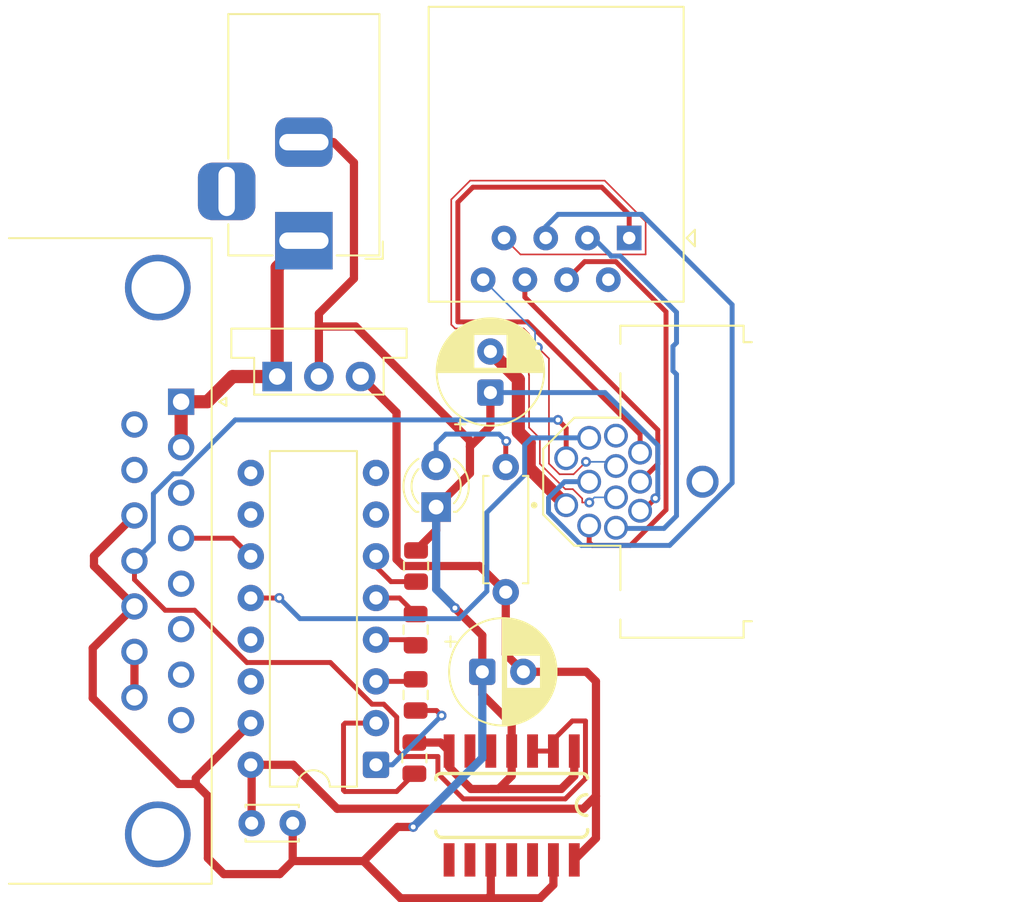
<source format=kicad_pcb>
(kicad_pcb (version 20241229) (generator "pcbnew") (generator_version "9.0")
  (layers (0 "F.Cu" signal) (2 "B.Cu" signal) (13 "F.Paste" user) (15 "B.Paste" user) (5 "F.SilkS" user "F.Silkscreen") (7 "B.SilkS" user "B.Silkscreen") (1 "F.Mask" user) (3 "B.Mask" user) (25 "Edge.Cuts" user))
  (net 0 "")
  (net 1 "Net-(U2-C1+)")
  (net 2 "Net-(U2-C1-)")
  (net 3 "Net-(U2-C2-)")
  (net 4 "Net-(U2-C2+)")
  (net 5 "Net-(U2-VS+)")
  (net 6 "GND")
  (net 7 "Net-(U2-VS-)")
  (net 8 "+12V")
  (net 9 "/NMEA_TX RS232")
  (net 10 "Net-(D1-A)")
  (net 11 "/R1OUT TTL 3.3V")
  (net 12 "/ETX-")
  (net 13 "/Serial RX {slash} CAN+")
  (net 14 "/I{slash}O signal 1")
  (net 15 "Net-(U1-Eth_BI_DC-)")
  (net 16 "/ETX+")
  (net 17 "/I{slash}O signal 2")
  (net 18 "/Supply−")
  (net 19 "/ERX+")
  (net 20 "/PPS")
  (net 21 "/ERX−")
  (net 22 "Net-(U1-Eth_BI_DB+)")
  (net 23 "Net-(U1-Eth_BI_DD-)")
  (net 25 "Net-(U1-Eth_BI_DD+)")
  (net 26 "Net-(U1-Eth_BI_DB-)")
  (net 27 "Net-(U1-Eth_BI_DA+)")
  (net 28 "Net-(U1-Eth_BI_DC+)")
  (net 29 "Net-(U1-Eth_BI_DA-)")
  (net 40 "+3V3")
  (footprint "Capacitor_SMD:C_0805_2012Metric" (layer "F.Cu") (at 149.6518 103.0478 90)
    (property "Reference" "C2" (hide yes))
    (property "Value" "100nF" (hide yes))
    (pad "1" smd roundrect (at -0.95 0 90) (size 1 1.45) (layers "F.Cu" "F.Mask" "F.Paste") (net 4 "Net-(U2-C2+)"))
    (pad "2" smd roundrect (at 0.95 0 90) (size 1 1.45) (layers "F.Cu" "F.Mask" "F.Paste") (net 3 "Net-(U2-C2-)"))
  )
  (footprint "Connector_BarrelJack:BarrelJack_Horizontal" (layer "F.Cu") (at 142.8496 79.3552 -90)
    (property "Reference" "J1" (hide yes))
    (property "Value" "Jack-DC" (hide yes))
    (pad "1" thru_hole rect (at 0 0 270) (size 3.5 3.5) (drill oval 1 3) (layers "*.Cu" "*.Mask") (net 8 "+12V"))
    (pad "2" thru_hole roundrect (at -6 0 270) (size 3 3.5) (drill oval 1 3) (layers "*.Cu" "*.Mask") (net 6 "GND"))
    (pad "3" thru_hole roundrect (at -3 4.7 270) (size 3.5 3.5) (drill oval 3 1) (layers "*.Cu" "*.Mask"))
  )
  (footprint "KiCad:AMPHENOL_43-02742" (layer "F.Cu") (at 163.1161 94.03405 90)
    (property "Reference" "U1" (hide yes))
    (property "Value" "Ouster OS1" (hide yes))
    (pad "" np_thru_hole circle (at -7.5 0 90) (size 2.05 2.05) (drill 2.05) (layers "*.Cu" "*.Mask"))
    (pad "" np_thru_hole circle (at -7.5 4 90) (size 2.8 2.8) (drill 2.8) (layers "*.Cu" "*.Mask"))
    (pad "" np_thru_hole circle (at 7.5 0 90) (size 2.05 2.05) (drill 2.05) (layers "*.Cu" "*.Mask"))
    (pad "" np_thru_hole circle (at 7.5 4 90) (size 2.8 2.8) (drill 2.8) (layers "*.Cu" "*.Mask"))
    (pad "1" thru_hole circle (at -1.43 -4.3 90) (size 1.45 1.45) (drill 1.05) (layers "*.Cu" "*.Mask") (net 8 "+12V"))
    (pad "2" thru_hole circle (at 1.43 -4.3 90) (size 1.45 1.45) (drill 1.05) (layers "*.Cu" "*.Mask") (net 20 "/PPS"))
    (pad "3" thru_hole circle (at 2.67 -2.9 90) (size 1.45 1.45) (drill 1.05) (layers "*.Cu" "*.Mask") (net 11 "/R1OUT TTL 3.3V"))
    (pad "4" thru_hole circle (at 2.805 -1.27 90) (size 1.45 1.45) (drill 1.05) (layers "*.Cu" "*.Mask") (net 29 "Net-(U1-Eth_BI_DA-)"))
    (pad "5" thru_hole circle (at 1.77 0.2 90) (size 1.45 1.45) (drill 1.05) (layers "*.Cu" "*.Mask") (net 27 "Net-(U1-Eth_BI_DA+)"))
    (pad "6" thru_hole circle (at 0 0.2 90) (size 1.45 1.45) (drill 1.05) (layers "*.Cu" "*.Mask") (net 26 "Net-(U1-Eth_BI_DB-)"))
    (pad "7" thru_hole circle (at -1.77 0.2 90) (size 1.45 1.45) (drill 1.05) (layers "*.Cu" "*.Mask") (net 6 "GND"))
    (pad "8" thru_hole circle (at -2.805 -1.27 90) (size 1.45 1.45) (drill 1.05) (layers "*.Cu" "*.Mask") (net 22 "Net-(U1-Eth_BI_DB+)"))
    (pad "9" thru_hole circle (at -2.67 -2.9 90) (size 1.45 1.45) (drill 1.05) (layers "*.Cu" "*.Mask") (net 28 "Net-(U1-Eth_BI_DC+)"))
    (pad "10" thru_hole circle (at 0 -2.9 90) (size 1.45 1.45) (drill 1.05) (layers "*.Cu" "*.Mask") (net 15 "Net-(U1-Eth_BI_DC-)"))
    (pad "11" thru_hole circle (at 0.955 -1.27 90) (size 1.45 1.45) (drill 1.05) (layers "*.Cu" "*.Mask") (net 23 "Net-(U1-Eth_BI_DD-)"))
    (pad "12" thru_hole circle (at -0.955 -1.27 90) (size 1.45 1.45) (drill 1.05) (layers "*.Cu" "*.Mask") (net 25 "Net-(U1-Eth_BI_DD+)"))
    (pad "SH" thru_hole circle (at 0 4 90) (size 1.95 1.95) (drill 1.3) (layers "*.Cu" "*.Mask"))
  )
  (footprint "KiCad:SOIC-14" (layer "F.Cu") (at 159.3088 111.2139 180)
    (property "Reference" "U4" (hide yes))
    (property "Value" "74HC125N" (hide yes))
    (pad "1" smd rect (at 0 0.7747 180) (size 0.6604 2.032) (layers "F.Cu" "F.Mask" "F.Paste") (net 6 "GND"))
    (pad "2" smd rect (at 1.27 0.7747 180) (size 0.6604 2.032) (layers "F.Cu" "F.Mask" "F.Paste") (net 20 "/PPS"))
    (pad "3" smd rect (at 2.54 0.7747 180) (size 0.6604 2.032) (layers "F.Cu" "F.Mask" "F.Paste") (net 20 "/PPS"))
    (pad "4" smd rect (at 3.81 0.7747 180) (size 0.6604 2.032) (layers "F.Cu" "F.Mask" "F.Paste") (net 6 "GND"))
    (pad "5" smd rect (at 5.08 0.7747 180) (size 0.6604 2.032) (layers "F.Cu" "F.Mask" "F.Paste"))
    (pad "6" smd rect (at 6.35 0.7747 180) (size 0.6604 2.032) (layers "F.Cu" "F.Mask" "F.Paste"))
    (pad "7" smd rect (at 7.62 0.7747 180) (size 0.6604 2.032) (layers "F.Cu" "F.Mask" "F.Paste") (net 6 "GND"))
    (pad "8" smd rect (at 7.62 -5.8547 180) (size 0.6604 2.032) (layers "F.Cu" "F.Mask" "F.Paste"))
    (pad "9" smd rect (at 6.35 -5.8547 180) (size 0.6604 2.032) (layers "F.Cu" "F.Mask" "F.Paste"))
    (pad "10" smd rect (at 5.08 -5.8547 180) (size 0.6604 2.032) (layers "F.Cu" "F.Mask" "F.Paste") (net 6 "GND"))
    (pad "11" smd rect (at 3.81 -5.8547 180) (size 0.6604 2.032) (layers "F.Cu" "F.Mask" "F.Paste"))
    (pad "12" smd rect (at 2.54 -5.8547 180) (size 0.6604 2.032) (layers "F.Cu" "F.Mask" "F.Paste"))
    (pad "13" smd rect (at 1.27 -5.8547 180) (size 0.6604 2.032) (layers "F.Cu" "F.Mask" "F.Paste") (net 6 "GND"))
    (pad "14" smd rect (at 0 -5.8547 180) (size 0.6604 2.032) (layers "F.Cu" "F.Mask" "F.Paste") (net 40 "+3V3"))
  )
  (footprint "LED_THT:LED_D3.0mm" (layer "F.Cu") (at 150.9014 95.5802 90)
    (property "Reference" "D1" (hide yes))
    (property "Value" "LED" (hide yes))
    (pad "1" thru_hole rect (at 0 0 90) (size 1.8 1.8) (drill 0.9) (layers "*.Cu" "*.Mask") (net 6 "GND"))
    (pad "2" thru_hole circle (at 2.54 0 90) (size 1.8 1.8) (drill 0.9) (layers "*.Cu" "*.Mask") (net 10 "Net-(D1-A)"))
  )
  (footprint "Resistor_THT:R_Axial_DIN0207_L6.3mm_D2.5mm_P7.62mm_Horizontal" (layer "F.Cu") (at 155.1382 93.1418 -90)
    (property "Reference" "R1" (hide yes))
    (property "Value" "220Ω" (hide yes))
    (pad "1" thru_hole circle (at 0 0 270) (size 1.6 1.6) (drill 0.8) (layers "*.Cu" "*.Mask") (net 10 "Net-(D1-A)"))
    (pad "2" thru_hole circle (at 7.62 0 270) (size 1.6 1.6) (drill 0.8) (layers "*.Cu" "*.Mask") (net 40 "+3V3"))
  )
  (footprint "Converter_DCDC:Converter_DCDC_Murata_OKI-78SR_Vertical" (layer "F.Cu") (at 141.224 87.63)
    (property "Reference" "U3" (hide yes))
    (property "Value" "OKI-78SR-3.3_1.5-W36-C" (hide yes))
    (pad "1" thru_hole rect (at 0 0) (size 1.8 1.8) (drill 1) (layers "*.Cu" "*.Mask") (net 8 "+12V"))
    (pad "2" thru_hole circle (at 2.54 0) (size 1.8 1.8) (drill 1) (layers "*.Cu" "*.Mask") (net 6 "GND"))
    (pad "3" thru_hole circle (at 5.08 0) (size 1.8 1.8) (drill 1) (layers "*.Cu" "*.Mask") (net 40 "+3V3"))
  )
  (footprint "Capacitor_SMD:C_0805_2012Metric" (layer "F.Cu") (at 149.6518 107.0204 90)
    (property "Reference" "C1" (hide yes))
    (property "Value" "100nF" (hide yes))
    (pad "1" smd roundrect (at -0.95 0 90) (size 1 1.45) (layers "F.Cu" "F.Mask" "F.Paste") (net 1 "Net-(U2-C1+)"))
    (pad "2" smd roundrect (at 0.95 0 90) (size 1 1.45) (layers "F.Cu" "F.Mask" "F.Paste") (net 2 "Net-(U2-C1-)"))
  )
  (footprint "Connector_RJ:RJ45_Amphenol_54602-x08_Horizontal" (layer "F.Cu") (at 162.6515 79.1918 180)
    (property "Reference" "J3" (hide yes))
    (property "Value" "RJ45")
    (pad "" np_thru_hole circle (at -1.27 6.35 180) (size 3.2 3.2) (drill 3.2) (layers "*.Cu" "*.Mask"))
    (pad "" np_thru_hole circle (at 10.16 6.35 180) (size 3.2 3.2) (drill 3.2) (layers "*.Cu" "*.Mask"))
    (pad "1" thru_hole rect (at 0 0 180) (size 1.5 1.5) (drill 0.76) (layers "*.Cu" "*.Mask") (net 27 "Net-(U1-Eth_BI_DA+)"))
    (pad "2" thru_hole circle (at 1.27 -2.54 180) (size 1.5 1.5) (drill 0.76) (layers "*.Cu" "*.Mask") (net 29 "Net-(U1-Eth_BI_DA-)"))
    (pad "3" thru_hole circle (at 2.54 0 180) (size 1.5 1.5) (drill 0.76) (layers "*.Cu" "*.Mask") (net 22 "Net-(U1-Eth_BI_DB+)"))
    (pad "4" thru_hole circle (at 3.81 -2.54 180) (size 1.5 1.5) (drill 0.76) (layers "*.Cu" "*.Mask") (net 28 "Net-(U1-Eth_BI_DC+)"))
    (pad "5" thru_hole circle (at 5.08 0 180) (size 1.5 1.5) (drill 0.76) (layers "*.Cu" "*.Mask") (net 15 "Net-(U1-Eth_BI_DC-)"))
    (pad "6" thru_hole circle (at 6.35 -2.54 180) (size 1.5 1.5) (drill 0.76) (layers "*.Cu" "*.Mask") (net 26 "Net-(U1-Eth_BI_DB-)"))
    (pad "7" thru_hole circle (at 7.62 0 180) (size 1.5 1.5) (drill 0.76) (layers "*.Cu" "*.Mask") (net 25 "Net-(U1-Eth_BI_DD+)"))
    (pad "8" thru_hole circle (at 8.89 -2.54 180) (size 1.5 1.5) (drill 0.76) (layers "*.Cu" "*.Mask") (net 23 "Net-(U1-Eth_BI_DD-)"))
  )
  (footprint "Capacitor_THT:CP_Radial_D6.3mm_P2.50mm" (layer "F.Cu") (at 154.2034 88.606 90)
    (property "Reference" "C5" (hide yes))
    (property "Value" "22µF" (hide yes))
    (pad "1" thru_hole roundrect (at 0 0 90) (size 1.6 1.6) (drill 0.8) (layers "*.Cu" "*.Mask") (roundrect_rratio 0.15625) (net 6 "GND"))
    (pad "2" thru_hole circle (at 2.5 0 90) (size 1.6 1.6) (drill 0.8) (layers "*.Cu" "*.Mask") (net 8 "+12V"))
  )
  (footprint "Capacitor_THT:CP_Radial_D6.3mm_P2.50mm" (layer "F.Cu") (at 153.71 105.6132)
    (property "Reference" "C8" (hide yes))
    (property "Value" "22µF" (hide yes))
    (pad "1" thru_hole roundrect (at 0 0) (size 1.6 1.6) (drill 0.8) (layers "*.Cu" "*.Mask") (roundrect_rratio 0.15625) (net 6 "GND"))
    (pad "2" thru_hole circle (at 2.5 0) (size 1.6 1.6) (drill 0.8) (layers "*.Cu" "*.Mask") (net 40 "+3V3"))
  )
  (footprint "Package_DIP:DIP-16_W7.62mm" (layer "F.Cu") (at 147.2388 111.2774 180)
    (property "Reference" "U2" (hide yes))
    (property "Value" "MAX3232E (3.3V Version)" (hide yes))
    (pad "1" thru_hole roundrect (at 0 0 180) (size 1.6 1.6) (drill 0.8) (layers "*.Cu" "*.Mask") (roundrect_rratio 0.15625) (net 1 "Net-(U2-C1+)"))
    (pad "2" thru_hole circle (at 0 2.54 180) (size 1.6 1.6) (drill 0.8) (layers "*.Cu" "*.Mask") (net 5 "Net-(U2-VS+)"))
    (pad "3" thru_hole circle (at 0 5.08 180) (size 1.6 1.6) (drill 0.8) (layers "*.Cu" "*.Mask") (net 2 "Net-(U2-C1-)"))
    (pad "4" thru_hole circle (at 0 7.62 180) (size 1.6 1.6) (drill 0.8) (layers "*.Cu" "*.Mask") (net 4 "Net-(U2-C2+)"))
    (pad "5" thru_hole circle (at 0 10.16 180) (size 1.6 1.6) (drill 0.8) (layers "*.Cu" "*.Mask") (net 3 "Net-(U2-C2-)"))
    (pad "6" thru_hole circle (at 0 12.7 180) (size 1.6 1.6) (drill 0.8) (layers "*.Cu" "*.Mask") (net 7 "Net-(U2-VS-)"))
    (pad "7" thru_hole circle (at 0 15.24 180) (size 1.6 1.6) (drill 0.8) (layers "*.Cu" "*.Mask"))
    (pad "8" thru_hole circle (at 0 17.78 180) (size 1.6 1.6) (drill 0.8) (layers "*.Cu" "*.Mask"))
    (pad "9" thru_hole circle (at 7.62 17.78 180) (size 1.6 1.6) (drill 0.8) (layers "*.Cu" "*.Mask"))
    (pad "10" thru_hole circle (at 7.62 15.24 180) (size 1.6 1.6) (drill 0.8) (layers "*.Cu" "*.Mask"))
    (pad "11" thru_hole circle (at 7.62 12.7 180) (size 1.6 1.6) (drill 0.8) (layers "*.Cu" "*.Mask") (net 9 "/NMEA_TX RS232"))
    (pad "12" thru_hole circle (at 7.62 10.16 180) (size 1.6 1.6) (drill 0.8) (layers "*.Cu" "*.Mask") (net 11 "/R1OUT TTL 3.3V"))
    (pad "13" thru_hole circle (at 7.62 7.62 180) (size 1.6 1.6) (drill 0.8) (layers "*.Cu" "*.Mask"))
    (pad "14" thru_hole circle (at 7.62 5.08 180) (size 1.6 1.6) (drill 0.8) (layers "*.Cu" "*.Mask"))
    (pad "15" thru_hole circle (at 7.62 2.54 180) (size 1.6 1.6) (drill 0.8) (layers "*.Cu" "*.Mask") (net 6 "GND"))
    (pad "16" thru_hole circle (at 7.62 0 180) (size 1.6 1.6) (drill 0.8) (layers "*.Cu" "*.Mask") (net 40 "+3V3"))
  )
  (footprint "Capacitor_SMD:C_0805_2012Metric" (layer "F.Cu") (at 149.6772 99.1718 90)
    (property "Reference" "C4" (hide yes))
    (property "Value" "100nF" (hide yes))
    (pad "1" smd roundrect (at -0.95 0 90) (size 1 1.45) (layers "F.Cu" "F.Mask" "F.Paste") (net 7 "Net-(U2-VS-)"))
    (pad "2" smd roundrect (at 0.95 0 90) (size 1 1.45) (layers "F.Cu" "F.Mask" "F.Paste") (net 6 "GND"))
  )
  (footprint "Capacitor_SMD:C_0805_2012Metric" (layer "F.Cu") (at 149.5756 110.871 90)
    (property "Reference" "C3" (hide yes))
    (property "Value" "100nF" (hide yes))
    (pad "1" smd roundrect (at -0.95 0 90) (size 1 1.45) (layers "F.Cu" "F.Mask" "F.Paste") (net 5 "Net-(U2-VS+)"))
    (pad "2" smd roundrect (at 0.95 0 90) (size 1 1.45) (layers "F.Cu" "F.Mask" "F.Paste") (net 6 "GND"))
  )
  (footprint "Connector_Dsub:DSUB-15_Pins_Horizontal_P2.77x2.84mm_EdgePinOffset7.70mm_Housed_MountingHolesOffset9.12mm" (layer "F.Cu") (at 135.3772 89.166 -90)
    (property "Reference" "J2" (hide yes))
    (property "Value" "15-pin Micro-D Female Connector" (hide yes))
    (pad "0" thru_hole circle (at -6.955 1.42 270) (size 4 4) (drill 3.2) (layers "*.Cu" "*.Mask"))
    (pad "0" thru_hole circle (at 26.345 1.42 270) (size 4 4) (drill 3.2) (layers "*.Cu" "*.Mask"))
    (pad "1" thru_hole rect (at 0 0 270) (size 1.6 1.6) (drill 1) (layers "*.Cu" "*.Mask") (net 8 "+12V"))
    (pad "2" thru_hole circle (at 2.77 0 270) (size 1.6 1.6) (drill 1) (layers "*.Cu" "*.Mask") (net 8 "+12V"))
    (pad "3" thru_hole circle (at 5.54 0 270) (size 1.6 1.6) (drill 1) (layers "*.Cu" "*.Mask") (net 13 "/Serial RX {slash} CAN+"))
    (pad "4" thru_hole circle (at 8.31 0 270) (size 1.6 1.6) (drill 1) (layers "*.Cu" "*.Mask") (net 9 "/NMEA_TX RS232"))
    (pad "5" thru_hole circle (at 11.08 0 270) (size 1.6 1.6) (drill 1) (layers "*.Cu" "*.Mask") (net 21 "/ERX−"))
    (pad "6" thru_hole circle (at 13.85 0 270) (size 1.6 1.6) (drill 1) (layers "*.Cu" "*.Mask") (net 19 "/ERX+"))
    (pad "7" thru_hole circle (at 16.62 0 270) (size 1.6 1.6) (drill 1) (layers "*.Cu" "*.Mask") (net 12 "/ETX-"))
    (pad "8" thru_hole circle (at 19.39 0 270) (size 1.6 1.6) (drill 1) (layers "*.Cu" "*.Mask") (net 16 "/ETX+"))
    (pad "9" thru_hole circle (at 1.385 2.84 270) (size 1.6 1.6) (drill 1) (layers "*.Cu" "*.Mask") (net 17 "/I{slash}O signal 2"))
    (pad "10" thru_hole circle (at 4.155 2.84 270) (size 1.6 1.6) (drill 1) (layers "*.Cu" "*.Mask") (net 14 "/I{slash}O signal 1"))
    (pad "11" thru_hole circle (at 6.925 2.84 270) (size 1.6 1.6) (drill 1) (layers "*.Cu" "*.Mask") (net 6 "GND"))
    (pad "12" thru_hole circle (at 9.695 2.84 270) (size 1.6 1.6) (drill 1) (layers "*.Cu" "*.Mask") (net 20 "/PPS"))
    (pad "13" thru_hole circle (at 12.465 2.84 270) (size 1.6 1.6) (drill 1) (layers "*.Cu" "*.Mask") (net 6 "GND"))
    (pad "14" thru_hole circle (at 15.235 2.84 270) (size 1.6 1.6) (drill 1) (layers "*.Cu" "*.Mask") (net 18 "/Supply−"))
    (pad "15" thru_hole circle (at 18.005 2.84 270) (size 1.6 1.6) (drill 1) (layers "*.Cu" "*.Mask") (net 18 "/Supply−"))
  )
  (footprint "Capacitor_THT:C_Disc_D3.0mm_W2.0mm_P2.50mm" (layer "F.Cu") (at 139.6692 114.8334)
    (property "Reference" "C7" (hide yes))
    (property "Value" "100nF" (hide yes))
    (pad "1" thru_hole circle (at 0 0) (size 1.6 1.6) (drill 0.8) (layers "*.Cu" "*.Mask") (net 40 "+3V3"))
    (pad "2" thru_hole circle (at 2.5 0) (size 1.6 1.6) (drill 0.8) (layers "*.Cu" "*.Mask") (net 6 "GND"))
  )
  (segment (start 150.9218 107.9704) (end 151.2316 108.2802) (width 0.3) (layer "F.Cu") (net 1))
  (segment (start 149.6518 107.9704) (end 150.9218 107.9704) (width 0.3) (layer "F.Cu") (net 1))
  (via (at 151.2316 108.2802) (size 0.6) (drill 0.3) (layers "F.Cu" "B.Cu") (net 1))
  (segment (start 151.2316 108.2802) (end 148.2344 111.2774) (width 0.3) (layer "B.Cu") (net 1))
  (segment (start 148.2344 111.2774) (end 147.2388 111.2774) (width 0.3) (layer "B.Cu") (net 1))
  (segment (start 147.2388 106.1974) (end 149.5248 106.1974) (width 0.3) (layer "F.Cu") (net 2))
  (segment (start 149.5248 106.1974) (end 149.6518 106.0704) (width 0.3) (layer "F.Cu") (net 2))
  (segment (start 148.6714 101.1174) (end 149.6518 102.0978) (width 0.3) (layer "F.Cu") (net 3))
  (segment (start 147.2388 101.1174) (end 148.6714 101.1174) (width 0.3) (layer "F.Cu") (net 3))
  (segment (start 149.3114 103.6574) (end 149.6518 103.9978) (width 0.3) (layer "F.Cu") (net 4))
  (segment (start 147.2388 103.6574) (end 149.3114 103.6574) (width 0.3) (layer "F.Cu") (net 4))
  (segment (start 145.2626 112.8268) (end 145.3388 112.903) (width 0.3) (layer "F.Cu") (net 5))
  (segment (start 145.3642 108.7374) (end 145.2626 108.839) (width 0.3) (layer "F.Cu") (net 5))
  (segment (start 145.2626 108.839) (end 145.2626 112.8268) (width 0.3) (layer "F.Cu") (net 5))
  (segment (start 145.3388 112.903) (end 148.4936 112.903) (width 0.3) (layer "F.Cu") (net 5))
  (segment (start 148.4936 112.903) (end 149.5756 111.821) (width 0.3) (layer "F.Cu") (net 5))
  (segment (start 147.2388 108.7374) (end 145.3642 108.7374) (width 0.3) (layer "F.Cu") (net 5))
  (segment (start 146.4764 117.1394) (end 142.1692 117.1394) (width 0.5) (layer "F.Cu") (net 6))
  (segment (start 136.271 112.0852) (end 139.6188 108.7374) (width 0.5) (layer "F.Cu") (net 6))
  (segment (start 145.9992 84.582) (end 143.764 84.582) (width 0.5) (layer "F.Cu") (net 6))
  (segment (start 130.0734 99.1672) (end 132.5372 101.631) (width 0.5) (layer "F.Cu") (net 6))
  (segment (start 141.3764 117.9322) (end 137.9728 117.9322) (width 0.5) (layer "F.Cu") (net 6))
  (segment (start 144.653 73.3552) (end 142.8496 73.3552) (width 0.5) (layer "F.Cu") (net 6))
  (segment (start 148.7424 119.4054) (end 154.051 119.4054) (width 0.5) (layer "F.Cu") (net 6))
  (segment (start 150.9014 96.9976) (end 149.6772 98.2218) (width 0.5) (layer "F.Cu") (net 6))
  (segment (start 137.0076 113.1824) (end 136.271 112.4458) (width 0.5) (layer "F.Cu") (net 6))
  (segment (start 153.71 103.3926) (end 152.0444 101.727) (width 0.5) (layer "F.Cu") (net 6))
  (segment (start 148.5538 115.062) (end 149.5044 115.062) (width 0.5) (layer "F.Cu") (net 6))
  (segment (start 145.8976 74.5998) (end 144.653 73.3552) (width 0.5) (layer "F.Cu") (net 6))
  (segment (start 159.3088 110.4392) (end 159.3088 111.9552) (width 0.5) (layer "F.Cu") (net 6))
  (segment (start 143.764 83.7946) (end 145.8976 81.661) (width 0.5) (layer "F.Cu") (net 6))
  (segment (start 158.0388 118.5846) (end 158.0388 117.0686) (width 0.5) (layer "F.Cu") (net 6))
  (segment (start 154.051 119.4054) (end 157.218 119.4054) (width 0.5) (layer "F.Cu") (net 6))
  (segment (start 136.271 112.4458) (end 136.271 112.0852) (width 0.5) (layer "F.Cu") (net 6))
  (segment (start 151.6888 111.4174) (end 153.022 112.7506) (width 0.5) (layer "F.Cu") (net 6))
  (segment (start 152.9588 91.8972) (end 152.9588 91.5416) (width 0.5) (layer "F.Cu") (net 6))
  (segment (start 150.9014 95.5802) (end 152.9588 93.5228) (width 0.5) (layer "F.Cu") (net 6))
  (segment (start 132.5372 101.631) (end 129.9972 104.171) (width 0.5) (layer "F.Cu") (net 6))
  (segment (start 153.022 112.7506) (end 154.7034 112.7506) (width 0.5) (layer "F.Cu") (net 6))
  (segment (start 154.7034 112.7506) (end 155.4988 111.9552) (width 0.5) (layer "F.Cu") (net 6))
  (segment (start 163.48585 95.80405) (end 164.2431 95.0468) (width 0.3) (layer "F.Cu") (net 6))
  (segment (start 150.9014 95.5802) (end 150.9014 96.9976) (width 0.5) (layer "F.Cu") (net 6))
  (segment (start 148.7424 119.4054) (end 146.4764 117.1394) (width 0.5) (layer "F.Cu") (net 6))
  (segment (start 159.3088 111.9552) (end 158.5134 112.7506) (width 0.5) (layer "F.Cu") (net 6))
  (segment (start 154.051 119.4054) (end 154.2288 119.2276) (width 0.5) (layer "F.Cu") (net 6))
  (segment (start 153.71 105.6132) (end 153.71 106.9994) (width 0.5) (layer "F.Cu") (net 6))
  (segment (start 137.0076 116.967) (end 137.0076 113.1824) (width 0.5) (layer "F.Cu") (net 6))
  (segment (start 145.8976 81.661) (end 145.8976 74.5998) (width 0.5) (layer "F.Cu") (net 6))
  (segment (start 149.5756 109.921) (end 151.1706 109.921) (width 0.5) (layer "F.Cu") (net 6))
  (segment (start 154.2288 117.7544) (end 154.2288 117.0686) (width 0.2) (layer "F.Cu") (net 6))
  (segment (start 151.1706 109.921) (end 151.6888 110.4392) (width 0.5) (layer "F.Cu") (net 6))
  (segment (start 158.5134 112.7506) (end 154.7034 112.7506) (width 0.5) (layer "F.Cu") (net 6))
  (segment (start 132.5372 96.091) (end 130.0734 98.5548) (width 0.5) (layer "F.Cu") (net 6))
  (segment (start 146.4764 117.1394) (end 148.5538 115.062) (width 0.5) (layer "F.Cu") (net 6))
  (segment (start 143.764 84.582) (end 143.764 83.7946) (width 0.5) (layer "F.Cu") (net 6))
  (segment (start 135.2296 112.4458) (end 136.271 112.4458) (width 0.5) (layer "F.Cu") (net 6))
  (segment (start 143.764 87.63) (end 143.764 84.582) (width 0.5) (layer "F.Cu") (net 6))
  (segment (start 154.2288 119.2276) (end 154.2288 117.0686) (width 0.5) (layer "F.Cu") (net 6))
  (segment (start 152.9588 91.8972) (end 154.2034 90.6526) (width 0.5) (layer "F.Cu") (net 6))
  (segment (start 129.9972 107.2134) (end 135.2296 112.4458) (width 0.5) (layer "F.Cu") (net 6))
  (segment (start 142.1692 117.1394) (end 141.3764 117.9322) (width 0.5) (layer "F.Cu") (net 6))
  (segment (start 158.0388 117.7544) (end 158.0388 117.0686) (width 0.2) (layer "F.Cu") (net 6))
  (segment (start 142.1692 114.8334) (end 142.1692 117.1394) (width 0.5) (layer "F.Cu") (net 6))
  (segment (start 137.9728 117.9322) (end 137.0076 116.967) (width 0.5) (layer "F.Cu") (net 6))
  (segment (start 155.4988 111.9552) (end 155.4988 110.4392) (width 0.5) (layer "F.Cu") (net 6))
  (segment (start 154.2034 90.6526) (end 154.2034 88.606) (width 0.5) (layer "F.Cu") (net 6))
  (segment (start 154.7034 112.7506) (end 154.2288 112.7506) (width 0.5) (layer "F.Cu") (net 6))
  (segment (start 129.9972 104.171) (end 129.9972 107.2134) (width 0.5) (layer "F.Cu") (net 6))
  (segment (start 155.4988 108.7882) (end 155.4988 110.4392) (width 0.5) (layer "F.Cu") (net 6))
  (segment (start 151.6888 110.4392) (end 151.6888 111.4174) (width 0.5) (layer "F.Cu") (net 6))
  (segment (start 152.9588 91.5416) (end 145.9992 84.582) (width 0.5) (layer "F.Cu") (net 6))
  (segment (start 157.218 119.4054) (end 158.0388 118.5846) (width 0.5) (layer "F.Cu") (net 6))
  (segment (start 163.3161 95.80405) (end 163.48585 95.80405) (width 0.3) (layer "F.Cu") (net 6))
  (segment (start 152.9588 93.5228) (end 152.9588 91.8972) (width 0.5) (layer "F.Cu") (net 6))
  (segment (start 153.71 106.9994) (end 155.4988 108.7882) (width 0.5) (layer "F.Cu") (net 6))
  (segment (start 153.71 105.6132) (end 153.71 103.3926) (width 0.5) (layer "F.Cu") (net 6))
  (segment (start 139.6188 108.47055) (end 139.6188 108.7374) (width 0.2) (layer "F.Cu") (net 6))
  (segment (start 130.0734 98.5548) (end 130.0734 99.1672) (width 0.5) (layer "F.Cu") (net 6))
  (via (at 149.5044 115.062) (size 0.6) (drill 0.3) (layers "F.Cu" "B.Cu") (net 6))
  (via (at 164.2431 95.0468) (size 0.6) (drill 0.3) (layers "F.Cu" "B.Cu") (net 6))
  (via (at 152.0444 101.727) (size 0.6) (drill 0.3) (layers "F.Cu" "B.Cu") (net 6))
  (segment (start 149.5044 115.062) (end 153.71 110.8564) (width 0.5) (layer "B.Cu") (net 6))
  (segment (start 164.3921 94.8978) (end 164.3921 91.818356) (width 0.3) (layer "B.Cu") (net 6))
  (segment (start 161.179744 88.606) (end 154.2034 88.606) (width 0.3) (layer "B.Cu") (net 6))
  (segment (start 164.2431 95.0468) (end 164.3921 94.8978) (width 0.3) (layer "B.Cu") (net 6))
  (segment (start 150.9014 100.584) (end 150.9014 95.5802) (width 0.5) (layer "B.Cu") (net 6))
  (segment (start 164.3921 91.818356) (end 161.179744 88.606) (width 0.3) (layer "B.Cu") (net 6))
  (segment (start 153.71 110.8564) (end 153.71 105.6132) (width 0.5) (layer "B.Cu") (net 6))
  (segment (start 152.0444 101.727) (end 150.9014 100.584) (width 0.5) (layer "B.Cu") (net 6))
  (segment (start 148.1532 100.1218) (end 149.6772 100.1218) (width 0.3) (layer "F.Cu") (net 7))
  (segment (start 147.2388 98.5774) (end 147.2388 99.2074) (width 0.3) (layer "F.Cu") (net 7))
  (segment (start 147.2388 99.2074) (end 148.1532 100.1218) (width 0.3) (layer "F.Cu") (net 7))
  (segment (start 136.9702 89.166) (end 135.3772 89.166) (width 0.8) (layer "F.Cu") (net 8))
  (segment (start 141.224 87.63) (end 141.224 80.9808) (width 0.8) (layer "F.Cu") (net 8))
  (segment (start 135.3772 89.166) (end 135.3772 91.936) (width 0.8) (layer "F.Cu") (net 8))
  (segment (start 141.224 87.63) (end 138.5062 87.63) (width 0.8) (layer "F.Cu") (net 8))
  (segment (start 154.2034 86.106) (end 155.9052 87.8078) (width 0.8) (layer "F.Cu") (net 8))
  (segment (start 156.5656 91.6686) (end 156.5656 93.21355) (width 0.8) (layer "F.Cu") (net 8))
  (segment (start 141.224 80.9808) (end 142.8496 79.3552) (width 0.8) (layer "F.Cu") (net 8))
  (segment (start 138.5062 87.63) (end 136.9702 89.166) (width 0.8) (layer "F.Cu") (net 8))
  (segment (start 155.9052 91.0082) (end 156.5656 91.6686) (width 0.8) (layer "F.Cu") (net 8))
  (segment (start 156.5656 93.21355) (end 158.8161 95.46405) (width 0.8) (layer "F.Cu") (net 8))
  (segment (start 155.9052 87.8078) (end 155.9052 91.0082) (width 0.8) (layer "F.Cu") (net 8))
  (segment (start 138.5174 97.476) (end 139.6188 98.5774) (width 0.3) (layer "F.Cu") (net 9))
  (segment (start 135.3772 97.476) (end 138.5174 97.476) (width 0.3) (layer "F.Cu") (net 9))
  (segment (start 155.1382 93.1418) (end 155.1382 91.5974) (width 0.3) (layer "F.Cu") (net 10))
  (segment (start 155.1382 91.5974) (end 155.1686 91.567) (width 0.3) (layer "F.Cu") (net 10))
  (via (at 155.1686 91.567) (size 0.6) (drill 0.3) (layers "F.Cu" "B.Cu") (net 10))
  (segment (start 154.7368 91.1352) (end 151.4856 91.1352) (width 0.3) (layer "B.Cu") (net 10))
  (segment (start 155.1686 91.567) (end 154.7368 91.1352) (width 0.3) (layer "B.Cu") (net 10))
  (segment (start 151.4856 91.1352) (end 150.9014 91.7194) (width 0.3) (layer "B.Cu") (net 10))
  (segment (start 150.9014 91.7194) (end 150.9014 93.0402) (width 0.3) (layer "B.Cu") (net 10))
  (segment (start 139.6188 101.1174) (end 141.351 101.1174) (width 0.3) (layer "F.Cu") (net 11))
  (via (at 141.351 101.1174) (size 0.6) (drill 0.3) (layers "F.Cu" "B.Cu") (net 11))
  (segment (start 156.2892 93.61856) (end 156.2892 91.7926) (width 0.3) (layer "B.Cu") (net 11))
  (segment (start 141.351 101.1174) (end 142.6116 102.378) (width 0.3) (layer "B.Cu") (net 11))
  (segment (start 142.6116 102.378) (end 152.314054 102.378) (width 0.3) (layer "B.Cu") (net 11))
  (segment (start 156.2892 91.7926) (end 156.71775 91.36405) (width 0.3) (layer "B.Cu") (net 11))
  (segment (start 153.9872 100.704854) (end 153.9872 95.911256) (width 0.3) (layer "B.Cu") (net 11))
  (segment (start 152.314054 102.378) (end 153.9872 100.704854) (width 0.3) (layer "B.Cu") (net 11))
  (segment (start 155.605656 94.2928) (end 155.61496 94.2928) (width 0.3) (layer "B.Cu") (net 11))
  (segment (start 153.9872 95.911256) (end 155.605656 94.2928) (width 0.3) (layer "B.Cu") (net 11))
  (segment (start 156.71775 91.36405) (end 160.2161 91.36405) (width 0.3) (layer "B.Cu") (net 11))
  (segment (start 155.61496 94.2928) (end 156.2892 93.61856) (width 0.3) (layer "B.Cu") (net 11))
  (segment (start 157.5715 78.4961) (end 157.5715 79.1918) (width 0.3) (layer "B.Cu") (net 15))
  (segment (start 158.3182 77.7494) (end 157.5715 78.4961) (width 0.3) (layer "B.Cu") (net 15))
  (segment (start 159.745406 97.91505) (end 165.110348 97.91505) (width 0.3) (layer "B.Cu") (net 15))
  (segment (start 157.7401 95.0153) (end 157.7401 95.909744) (width 0.3) (layer "B.Cu") (net 15))
  (segment (start 168.9171 94.108298) (end 168.9171 83.2554) (width 0.3) (layer "B.Cu") (net 15))
  (segment (start 163.4111 77.7494) (end 158.3182 77.7494) (width 0.3) (layer "B.Cu") (net 15))
  (segment (start 165.110348 97.91505) (end 168.9171 94.108298) (width 0.3) (layer "B.Cu") (net 15))
  (segment (start 168.9171 83.2554) (end 163.4111 77.7494) (width 0.3) (layer "B.Cu") (net 15))
  (segment (start 157.7401 95.909744) (end 159.745406 97.91505) (width 0.3) (layer "B.Cu") (net 15))
  (segment (start 158.72135 94.03405) (end 157.7401 95.0153) (width 0.3) (layer "B.Cu") (net 15))
  (segment (start 160.2161 94.03405) (end 158.72135 94.03405) (width 0.3) (layer "B.Cu") (net 15))
  (segment (start 132.5372 104.401) (end 132.5372 107.171) (width 0.5) (layer "F.Cu") (net 18))
  (segment (start 139.38004 105.0464) (end 144.46004 105.0464) (width 0.3) (layer "F.Cu") (net 20))
  (segment (start 151.0076 111.8062) (end 152.553 113.3516) (width 0.3) (layer "F.Cu") (net 20))
  (segment (start 159.99 112.123942) (end 159.99 108.6058) (width 0.3) (layer "F.Cu") (net 20))
  (segment (start 158.8161 90.7695) (end 158.3182 90.2716) (width 0.3) (layer "F.Cu") (net 20))
  (segment (start 152.553 113.3516) (end 158.762342 113.3516) (width 0.3) (layer "F.Cu") (net 20))
  (segment (start 159.1864 108.6058) (end 159.99 108.6058) (width 0.3) (layer "F.Cu") (net 20))
  (segment (start 151.0076 110.772) (end 151.0076 111.8062) (width 0.3) (layer "F.Cu") (net 20))
  (segment (start 144.46004 105.0464) (end 147.00004 107.5864) (width 0.3) (layer "F.Cu") (net 20))
  (segment (start 147.71556 107.5864) (end 148.4996 108.37044) (width 0.3) (layer "F.Cu") (net 20))
  (segment (start 134.40983 101.865) (end 136.19864 101.865) (width 0.3) (layer "F.Cu") (net 20))
  (segment (start 158.762342 113.3516) (end 159.99 112.123942) (width 0.3) (layer "F.Cu") (net 20))
  (segment (start 158.0388 109.7534) (end 159.1864 108.6058) (width 0.3) (layer "F.Cu") (net 20))
  (segment (start 158.0388 110.4392) (end 158.0388 109.7534) (width 0.3) (layer "F.Cu") (net 20))
  (segment (start 148.4996 110.42687) (end 148.84473 110.772) (width 0.3) (layer "F.Cu") (net 20))
  (segment (start 136.19864 101.865) (end 139.38004 105.0464) (width 0.3) (layer "F.Cu") (net 20))
  (segment (start 158.8161 92.60405) (end 158.8161 90.7695) (width 0.3) (layer "F.Cu") (net 20))
  (segment (start 132.5372 98.861) (end 132.5372 99.99237) (width 0.3) (layer "F.Cu") (net 20))
  (segment (start 148.84473 110.772) (end 151.0076 110.772) (width 0.3) (layer "F.Cu") (net 20))
  (segment (start 148.4996 108.37044) (end 148.4996 110.42687) (width 0.3) (layer "F.Cu") (net 20))
  (segment (start 158.0388 110.4392) (end 156.7688 110.4392) (width 0.3) (layer "F.Cu") (net 20))
  (segment (start 132.5372 99.99237) (end 134.40983 101.865) (width 0.3) (layer "F.Cu") (net 20))
  (segment (start 147.00004 107.5864) (end 147.71556 107.5864) (width 0.3) (layer "F.Cu") (net 20))
  (via (at 158.3182 90.2716) (size 0.6) (drill 0.3) (layers "F.Cu" "B.Cu") (net 20))
  (segment (start 134.90044 93.555) (end 133.6882 94.76724) (width 0.3) (layer "B.Cu") (net 20))
  (segment (start 135.38596 93.555) (end 134.90044 93.555) (width 0.3) (layer "B.Cu") (net 20))
  (segment (start 138.66936 90.2716) (end 135.38596 93.555) (width 0.3) (layer "B.Cu") (net 20))
  (segment (start 133.6882 94.76724) (end 133.6882 97.71) (width 0.3) (layer "B.Cu") (net 20))
  (segment (start 133.6882 97.71) (end 132.5372 98.861) (width 0.3) (layer "B.Cu") (net 20))
  (segment (start 158.3182 90.2716) (end 138.66936 90.2716) (width 0.3) (layer "B.Cu") (net 20))
  (segment (start 161.8461 96.83905) (end 161.8461 96.7459) (width 0.3) (layer "F.Cu") (net 22))
  (segment (start 161.5505 80.2928) (end 161.5505 80.2705) (width 0.3) (layer "B.Cu") (net 22))
  (segment (start 164.76535 96.88005) (end 165.5318 96.1136) (width 0.3) (layer "B.Cu") (net 22))
  (segment (start 162.1062 80.2928) (end 161.5505 80.2928) (width 0.3) (layer "B.Cu") (net 22))
  (segment (start 165.5318 85.571351) (end 165.5318 83.7184) (width 0.3) (layer "B.Cu") (net 22))
  (segment (start 165.3151 85.788051) (end 165.5318 85.571351) (width 0.3) (layer "B.Cu") (net 22))
  (segment (start 161.5505 80.2705) (end 160.4718 79.1918) (width 0.3) (layer "B.Cu") (net 22))
  (segment (start 160.4718 79.1918) (end 160.1115 79.1918) (width 0.3) (layer "B.Cu") (net 22))
  (segment (start 165.5318 87.496749) (end 165.3151 87.280049) (width 0.3) (layer "B.Cu") (net 22))
  (segment (start 161.98025 96.88005) (end 164.76535 96.88005) (width 0.3) (layer "B.Cu") (net 22))
  (segment (start 165.3151 87.280049) (end 165.3151 85.788051) (width 0.3) (layer "B.Cu") (net 22))
  (segment (start 165.5318 96.1136) (end 165.5318 87.496749) (width 0.3) (layer "B.Cu") (net 22))
  (segment (start 165.5318 83.7184) (end 162.1062 80.2928) (width 0.3) (layer "B.Cu") (net 22))
  (segment (start 159.265695 93.58005) (end 158.411827 93.58005) (width 0.1) (layer "F.Cu") (net 23))
  (segment (start 160.021071 92.824674) (end 159.265695 93.58005) (width 0.1) (layer "F.Cu") (net 23))
  (segment (start 157.7672 92.935423) (end 157.7672 86.532888) (width 0.1) (layer "F.Cu") (net 23))
  (segment (start 157.7672 86.532888) (end 157.0902 85.855888) (width 0.1) (layer "F.Cu") (net 23))
  (segment (start 158.411827 93.58005) (end 157.7672 92.935423) (width 0.1) (layer "F.Cu") (net 23))
  (via (at 160.021071 92.824674) (size 0.6) (drill 0.3) (layers "F.Cu" "B.Cu") (net 23))
  (via (at 157.0902 85.855888) (size 0.6) (drill 0.3) (layers "F.Cu" "B.Cu") (net 23))
  (segment (start 157.0902 85.855888) (end 156.9212 85.686888) (width 0.1) (layer "B.Cu") (net 23))
  (segment (start 156.9212 84.8915) (end 153.7615 81.7318) (width 0.1) (layer "B.Cu") (net 23))
  (segment (start 161.591724 92.824674) (end 160.021071 92.824674) (width 0.1) (layer "B.Cu") (net 23))
  (segment (start 161.8461 93.07905) (end 161.591724 92.824674) (width 0.1) (layer "B.Cu") (net 23))
  (segment (start 156.9212 85.686888) (end 156.9212 84.8915) (width 0.1) (layer "B.Cu") (net 23))
  (segment (start 156.0325 80.1928) (end 155.0315 79.1918) (width 0.1) (layer "F.Cu") (net 25))
  (segment (start 159.220373 94.48805) (end 158.760754 94.48805) (width 0.1) (layer "F.Cu") (net 25))
  (segment (start 156.5562 87.538146) (end 156.5402 87.522146) (width 0.1) (layer "F.Cu") (net 25))
  (segment (start 157.2166 92.943896) (end 157.2166 91.398946) (width 0.1) (layer "F.Cu") (net 25))
  (segment (start 158.760754 94.48805) (end 157.2166 92.943896) (width 0.1) (layer "F.Cu") (net 25))
  (segment (start 156.221461 84.7036) (end 152.0561 84.7036) (width 0.1) (layer "F.Cu") (net 25))
  (segment (start 157.2166 91.398946) (end 156.5562 90.738546) (width 0.1) (layer "F.Cu") (net 25))
  (segment (start 151.8212 76.8467) (end 152.9705 75.6974) (width 0.1) (layer "F.Cu") (net 25))
  (segment (start 152.9705 75.6974) (end 161.1591 75.6974) (width 0.1) (layer "F.Cu") (net 25))
  (segment (start 163.6525 78.1908) (end 163.6525 80.1928) (width 0.1) (layer "F.Cu") (net 25))
  (segment (start 159.7921 95.059777) (end 159.220373 94.48805) (width 0.1) (layer "F.Cu") (net 25))
  (segment (start 151.8212 84.4687) (end 151.8212 76.8467) (width 0.1) (layer "F.Cu") (net 25))
  (segment (start 159.7921 95.3008) (end 159.7921 95.059777) (width 0.1) (layer "F.Cu") (net 25))
  (segment (start 156.5402 85.022339) (end 156.221461 84.7036) (width 0.1) (layer "F.Cu") (net 25))
  (segment (start 156.5562 90.738546) (end 156.5562 87.538146) (width 0.1) (layer "F.Cu") (net 25))
  (segment (start 156.5402 87.522146) (end 156.5402 85.022339) (width 0.1) (layer "F.Cu") (net 25))
  (segment (start 161.1591 75.6974) (end 163.6525 78.1908) (width 0.1) (layer "F.Cu") (net 25))
  (segment (start 163.6525 80.1928) (end 156.0325 80.1928) (width 0.1) (layer "F.Cu") (net 25))
  (segment (start 160.2232 95.3008) (end 159.7921 95.3008) (width 0.1) (layer "F.Cu") (net 25))
  (segment (start 152.0561 84.7036) (end 151.8212 84.4687) (width 0.1) (layer "F.Cu") (net 25))
  (via (at 160.2232 95.3008) (size 0.6) (drill 0.3) (layers "F.Cu" "B.Cu") (net 25))
  (segment (start 161.8461 94.98905) (end 160.53495 94.98905) (width 0.1) (layer "B.Cu") (net 25))
  (segment (start 160.53495 94.98905) (end 160.2232 95.3008) (width 0.1) (layer "B.Cu") (net 25))
  (segment (start 164.3921 92.95805) (end 164.3921 90.88306) (width 0.3) (layer "F.Cu") (net 26))
  (segment (start 156.3015 82.79246) (end 156.3015 81.7318) (width 0.3) (layer "F.Cu") (net 26))
  (segment (start 164.3921 90.88306) (end 156.3015 82.79246) (width 0.3) (layer "F.Cu") (net 26))
  (segment (start 163.3161 94.03405) (end 164.3921 92.95805) (width 0.3) (layer "F.Cu") (net 26))
  (segment (start 163.3161 91.16255) (end 156.45615 84.3026) (width 0.3) (layer "F.Cu") (net 27))
  (segment (start 163.3161 92.26405) (end 163.3161 91.16255) (width 0.3) (layer "F.Cu") (net 27))
  (segment (start 156.45615 84.3026) (end 152.2222 84.3026) (width 0.3) (layer "F.Cu") (net 27))
  (segment (start 153.1366 76.0984) (end 160.9852 76.0984) (width 0.3) (layer "F.Cu") (net 27))
  (segment (start 152.2222 84.3026) (end 152.2222 77.0128) (width 0.3) (layer "F.Cu") (net 27))
  (segment (start 162.6515 77.7647) (end 162.6515 79.1918) (width 0.3) (layer "F.Cu") (net 27))
  (segment (start 152.2222 77.0128) (end 153.1366 76.0984) (width 0.3) (layer "F.Cu") (net 27))
  (segment (start 160.9852 76.0984) (end 162.6515 77.7647) (width 0.3) (layer "F.Cu") (net 27))
  (segment (start 160.2161 97.729354) (end 160.401796 97.91505) (width 0.3) (layer "F.Cu") (net 28))
  (segment (start 160.401796 97.91505) (end 162.726794 97.91505) (width 0.3) (layer "F.Cu") (net 28))
  (segment (start 162.726794 97.91505) (end 164.8931 95.748744) (width 0.3) (layer "F.Cu") (net 28))
  (segment (start 164.8931 83.68635) (end 161.83755 80.6308) (width 0.3) (layer "F.Cu") (net 28))
  (segment (start 160.2161 96.70405) (end 160.2161 97.729354) (width 0.3) (layer "F.Cu") (net 28))
  (segment (start 164.8931 95.748744) (end 164.8931 83.68635) (width 0.3) (layer "F.Cu") (net 28))
  (segment (start 161.83755 80.6308) (end 159.9425 80.6308) (width 0.3) (layer "F.Cu") (net 28))
  (segment (start 159.9425 80.6308) (end 158.8415 81.7318) (width 0.3) (layer "F.Cu") (net 28))
  (segment (start 142.202 111.2774) (end 144.8772 113.9526) (width 0.5) (layer "F.Cu") (net 40))
  (segment (start 148.903908 99.1718) (end 148.4898 98.757692) (width 0.5) (layer "F.Cu") (net 40))
  (segment (start 139.6692 111.3278) (end 139.6188 111.2774) (width 0.5) (layer "F.Cu") (net 40))
  (segment (start 139.6188 111.2774) (end 142.202 111.2774) (width 0.5) (layer "F.Cu") (net 40))
  (segment (start 155.1382 104.5414) (end 156.21 105.6132) (width 0.5) (layer "F.Cu") (net 40))
  (segment (start 159.8594 113.9526) (end 160.6296 113.1824) (width 0.5) (layer "F.Cu") (net 40))
  (segment (start 153.5482 99.1718) (end 148.903908 99.1718) (width 0.5) (layer "F.Cu") (net 40))
  (segment (start 159.3088 117.0686) (end 160.6296 115.7478) (width 0.5) (layer "F.Cu") (net 40))
  (segment (start 148.4898 89.8158) (end 146.304 87.63) (width 0.5) (layer "F.Cu") (net 40))
  (segment (start 155.1382 100.7618) (end 153.5482 99.1718) (width 0.5) (layer "F.Cu") (net 40))
  (segment (start 160.0454 105.6132) (end 156.21 105.6132) (width 0.5) (layer "F.Cu") (net 40))
  (segment (start 160.6296 106.1974) (end 160.0454 105.6132) (width 0.5) (layer "F.Cu") (net 40))
  (segment (start 160.6296 115.7478) (end 160.6296 113.1824) (width 0.5) (layer "F.Cu") (net 40))
  (segment (start 148.4898 98.757692) (end 148.4898 89.8158) (width 0.5) (layer "F.Cu") (net 40))
  (segment (start 144.8772 113.9526) (end 159.8594 113.9526) (width 0.5) (layer "F.Cu") (net 40))
  (segment (start 139.6692 114.8334) (end 139.6692 111.3278) (width 0.5) (layer "F.Cu") (net 40))
  (segment (start 160.6296 113.1824) (end 160.6296 106.1974) (width 0.5) (layer "F.Cu") (net 40))
  (segment (start 155.1382 100.7618) (end 155.1382 104.5414) (width 0.5) (layer "F.Cu") (net 40))
)
</source>
